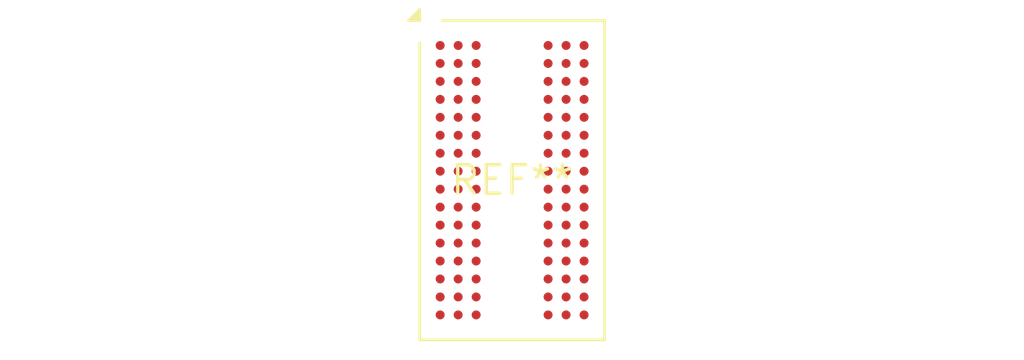
<source format=kicad_pcb>
(kicad_pcb (version 20240108) (generator pcbnew)
  (layers (0 "F.Cu" signal) (31 "B.Cu" signal) (34 "B.Paste" user) (35 "F.Paste" user) (36 "B.SilkS" user "B.Silkscreen") (37 "F.SilkS" user "F.Silkscreen") (38 "B.Mask" user) (39 "F.Mask" user) (44 "Edge.Cuts" user))
  (net 0 "")
  (footprint "Micron_FBGA-96_8x14mm_Layout9x16_P0.8mm" (layer "F.Cu") (at 0 0)
    (property "Reference" "REF**")
    (property "Value" "Micron_FBGA-96_8x14mm_Layout9x16_P0.8mm")
    (fp_line (start -4.11 7.11) (end -4.11 -6.11) (layer "F.SilkS") (stroke (width 0.12)))
    (fp_line (start -3.11 -7.11) (end 4.11 -7.11) (layer "F.SilkS") (stroke (width 0.12)))
    (fp_line (start 4.11 -7.11) (end 4.11 7.11) (layer "F.SilkS") (stroke (width 0.12)))
    (fp_line (start 4.11 7.11) (end -4.11 7.11) (layer "F.SilkS") (stroke (width 0.12)))
    (fp_poly (pts (xy -4.11 -7.11) (xy -4.61 -7.11) (xy -4.11 -7.61) (xy -4.11 -7.11)) (layer "F.SilkS") (stroke (width 0.12)) (fill solid))
    (pad "A1" smd circle (at -3.2 -6) (size 0.4 0.4) (property pad_prop_bga) (layers "F.Cu" "F.Paste" "F.Mask"))
    (pad "A2" smd circle (at -2.4 -6) (size 0.4 0.4) (property pad_prop_bga) (layers "F.Cu" "F.Paste" "F.Mask"))
    (pad "A3" smd circle (at -1.6 -6) (size 0.4 0.4) (property pad_prop_bga) (layers "F.Cu" "F.Paste" "F.Mask"))
    (pad "A7" smd circle (at 1.6 -6) (size 0.4 0.4) (property pad_prop_bga) (layers "F.Cu" "F.Paste" "F.Mask"))
    (pad "A8" smd circle (at 2.4 -6) (size 0.4 0.4) (property pad_prop_bga) (layers "F.Cu" "F.Paste" "F.Mask"))
    (pad "A9" smd circle (at 3.2 -6) (size 0.4 0.4) (property pad_prop_bga) (layers "F.Cu" "F.Paste" "F.Mask"))
    (pad "B1" smd circle (at -3.2 -5.2) (size 0.4 0.4) (property pad_prop_bga) (layers "F.Cu" "F.Paste" "F.Mask"))
    (pad "B2" smd circle (at -2.4 -5.2) (size 0.4 0.4) (property pad_prop_bga) (layers "F.Cu" "F.Paste" "F.Mask"))
    (pad "B3" smd circle (at -1.6 -5.2) (size 0.4 0.4) (property pad_prop_bga) (layers "F.Cu" "F.Paste" "F.Mask"))
    (pad "B7" smd circle (at 1.6 -5.2) (size 0.4 0.4) (property pad_prop_bga) (layers "F.Cu" "F.Paste" "F.Mask"))
    (pad "B8" smd circle (at 2.4 -5.2) (size 0.4 0.4) (property pad_prop_bga) (layers "F.Cu" "F.Paste" "F.Mask"))
    (pad "B9" smd circle (at 3.2 -5.2) (size 0.4 0.4) (property pad_prop_bga) (layers "F.Cu" "F.Paste" "F.Mask"))
    (pad "C1" smd circle (at -3.2 -4.4) (size 0.4 0.4) (property pad_prop_bga) (layers "F.Cu" "F.Paste" "F.Mask"))
    (pad "C2" smd circle (at -2.4 -4.4) (size 0.4 0.4) (property pad_prop_bga) (layers "F.Cu" "F.Paste" "F.Mask"))
    (pad "C3" smd circle (at -1.6 -4.4) (size 0.4 0.4) (property pad_prop_bga) (layers "F.Cu" "F.Paste" "F.Mask"))
    (pad "C7" smd circle (at 1.6 -4.4) (size 0.4 0.4) (property pad_prop_bga) (layers "F.Cu" "F.Paste" "F.Mask"))
    (pad "C8" smd circle (at 2.4 -4.4) (size 0.4 0.4) (property pad_prop_bga) (layers "F.Cu" "F.Paste" "F.Mask"))
    (pad "C9" smd circle (at 3.2 -4.4) (size 0.4 0.4) (property pad_prop_bga) (layers "F.Cu" "F.Paste" "F.Mask"))
    (pad "D1" smd circle (at -3.2 -3.6) (size 0.4 0.4) (property pad_prop_bga) (layers "F.Cu" "F.Paste" "F.Mask"))
    (pad "D2" smd circle (at -2.4 -3.6) (size 0.4 0.4) (property pad_prop_bga) (layers "F.Cu" "F.Paste" "F.Mask"))
    (pad "D3" smd circle (at -1.6 -3.6) (size 0.4 0.4) (property pad_prop_bga) (layers "F.Cu" "F.Paste" "F.Mask"))
    (pad "D7" smd circle (at 1.6 -3.6) (size 0.4 0.4) (property pad_prop_bga) (layers "F.Cu" "F.Paste" "F.Mask"))
    (pad "D8" smd circle (at 2.4 -3.6) (size 0.4 0.4) (property pad_prop_bga) (layers "F.Cu" "F.Paste" "F.Mask"))
    (pad "D9" smd circle (at 3.2 -3.6) (size 0.4 0.4) (property pad_prop_bga) (layers "F.Cu" "F.Paste" "F.Mask"))
    (pad "E1" smd circle (at -3.2 -2.8) (size 0.4 0.4) (property pad_prop_bga) (layers "F.Cu" "F.Paste" "F.Mask"))
    (pad "E2" smd circle (at -2.4 -2.8) (size 0.4 0.4) (property pad_prop_bga) (layers "F.Cu" "F.Paste" "F.Mask"))
    (pad "E3" smd circle (at -1.6 -2.8) (size 0.4 0.4) (property pad_prop_bga) (layers "F.Cu" "F.Paste" "F.Mask"))
    (pad "E7" smd circle (at 1.6 -2.8) (size 0.4 0.4) (property pad_prop_bga) (layers "F.Cu" "F.Paste" "F.Mask"))
    (pad "E8" smd circle (at 2.4 -2.8) (size 0.4 0.4) (property pad_prop_bga) (layers "F.Cu" "F.Paste" "F.Mask"))
    (pad "E9" smd circle (at 3.2 -2.8) (size 0.4 0.4) (property pad_prop_bga) (layers "F.Cu" "F.Paste" "F.Mask"))
    (pad "F1" smd circle (at -3.2 -2) (size 0.4 0.4) (property pad_prop_bga) (layers "F.Cu" "F.Paste" "F.Mask"))
    (pad "F2" smd circle (at -2.4 -2) (size 0.4 0.4) (property pad_prop_bga) (layers "F.Cu" "F.Paste" "F.Mask"))
    (pad "F3" smd circle (at -1.6 -2) (size 0.4 0.4) (property pad_prop_bga) (layers "F.Cu" "F.Paste" "F.Mask"))
    (pad "F7" smd circle (at 1.6 -2) (size 0.4 0.4) (property pad_prop_bga) (layers "F.Cu" "F.Paste" "F.Mask"))
    (pad "F8" smd circle (at 2.4 -2) (size 0.4 0.4) (property pad_prop_bga) (layers "F.Cu" "F.Paste" "F.Mask"))
    (pad "F9" smd circle (at 3.2 -2) (size 0.4 0.4) (property pad_prop_bga) (layers "F.Cu" "F.Paste" "F.Mask"))
    (pad "G1" smd circle (at -3.2 -1.2) (size 0.4 0.4) (property pad_prop_bga) (layers "F.Cu" "F.Paste" "F.Mask"))
    (pad "G2" smd circle (at -2.4 -1.2) (size 0.4 0.4) (property pad_prop_bga) (layers "F.Cu" "F.Paste" "F.Mask"))
    (pad "G3" smd circle (at -1.6 -1.2) (size 0.4 0.4) (property pad_prop_bga) (layers "F.Cu" "F.Paste" "F.Mask"))
    (pad "G7" smd circle (at 1.6 -1.2) (size 0.4 0.4) (property pad_prop_bga) (layers "F.Cu" "F.Paste" "F.Mask"))
    (pad "G8" smd circle (at 2.4 -1.2) (size 0.4 0.4) (property pad_prop_bga) (layers "F.Cu" "F.Paste" "F.Mask"))
    (pad "G9" smd circle (at 3.2 -1.2) (size 0.4 0.4) (property pad_prop_bga) (layers "F.Cu" "F.Paste" "F.Mask"))
    (pad "H1" smd circle (at -3.2 -0.4) (size 0.4 0.4) (property pad_prop_bga) (layers "F.Cu" "F.Paste" "F.Mask"))
    (pad "H2" smd circle (at -2.4 -0.4) (size 0.4 0.4) (property pad_prop_bga) (layers "F.Cu" "F.Paste" "F.Mask"))
    (pad "H3" smd circle (at -1.6 -0.4) (size 0.4 0.4) (property pad_prop_bga) (layers "F.Cu" "F.Paste" "F.Mask"))
    (pad "H7" smd circle (at 1.6 -0.4) (size 0.4 0.4) (property pad_prop_bga) (layers "F.Cu" "F.Paste" "F.Mask"))
    (pad "H8" smd circle (at 2.4 -0.4) (size 0.4 0.4) (property pad_prop_bga) (layers "F.Cu" "F.Paste" "F.Mask"))
    (pad "H9" smd circle (at 3.2 -0.4) (size 0.4 0.4) (property pad_prop_bga) (layers "F.Cu" "F.Paste" "F.Mask"))
    (pad "J1" smd circle (at -3.2 0.4) (size 0.4 0.4) (property pad_prop_bga) (layers "F.Cu" "F.Paste" "F.Mask"))
    (pad "J2" smd circle (at -2.4 0.4) (size 0.4 0.4) (property pad_prop_bga) (layers "F.Cu" "F.Paste" "F.Mask"))
    (pad "J3" smd circle (at -1.6 0.4) (size 0.4 0.4) (property pad_prop_bga) (layers "F.Cu" "F.Paste" "F.Mask"))
    (pad "J7" smd circle (at 1.6 0.4) (size 0.4 0.4) (property pad_prop_bga) (layers "F.Cu" "F.Paste" "F.Mask"))
    (pad "J8" smd circle (at 2.4 0.4) (size 0.4 0.4) (property pad_prop_bga) (layers "F.Cu" "F.Paste" "F.Mask"))
    (pad "J9" smd circle (at 3.2 0.4) (size 0.4 0.4) (property pad_prop_bga) (layers "F.Cu" "F.Paste" "F.Mask"))
    (pad "K1" smd circle (at -3.2 1.2) (size 0.4 0.4) (property pad_prop_bga) (layers "F.Cu" "F.Paste" "F.Mask"))
    (pad "K2" smd circle (at -2.4 1.2) (size 0.4 0.4) (property pad_prop_bga) (layers "F.Cu" "F.Paste" "F.Mask"))
    (pad "K3" smd circle (at -1.6 1.2) (size 0.4 0.4) (property pad_prop_bga) (layers "F.Cu" "F.Paste" "F.Mask"))
    (pad "K7" smd circle (at 1.6 1.2) (size 0.4 0.4) (property pad_prop_bga) (layers "F.Cu" "F.Paste" "F.Mask"))
    (pad "K8" smd circle (at 2.4 1.2) (size 0.4 0.4) (property pad_prop_bga) (layers "F.Cu" "F.Paste" "F.Mask"))
    (pad "K9" smd circle (at 3.2 1.2) (size 0.4 0.4) (property pad_prop_bga) (layers "F.Cu" "F.Paste" "F.Mask"))
    (pad "L1" smd circle (at -3.2 2) (size 0.4 0.4) (property pad_prop_bga) (layers "F.Cu" "F.Paste" "F.Mask"))
    (pad "L2" smd circle (at -2.4 2) (size 0.4 0.4) (property pad_prop_bga) (layers "F.Cu" "F.Paste" "F.Mask"))
    (pad "L3" smd circle (at -1.6 2) (size 0.4 0.4) (property pad_prop_bga) (layers "F.Cu" "F.Paste" "F.Mask"))
    (pad "L7" smd circle (at 1.6 2) (size 0.4 0.4) (property pad_prop_bga) (layers "F.Cu" "F.Paste" "F.Mask"))
    (pad "L8" smd circle (at 2.4 2) (size 0.4 0.4) (property pad_prop_bga) (layers "F.Cu" "F.Paste" "F.Mask"))
    (pad "L9" smd circle (at 3.2 2) (size 0.4 0.4) (property pad_prop_bga) (layers "F.Cu" "F.Paste" "F.Mask"))
    (pad "M1" smd circle (at -3.2 2.8) (size 0.4 0.4) (property pad_prop_bga) (layers "F.Cu" "F.Paste" "F.Mask"))
    (pad "M2" smd circle (at -2.4 2.8) (size 0.4 0.4) (property pad_prop_bga) (layers "F.Cu" "F.Paste" "F.Mask"))
    (pad "M3" smd circle (at -1.6 2.8) (size 0.4 0.4) (property pad_prop_bga) (layers "F.Cu" "F.Paste" "F.Mask"))
    (pad "M7" smd circle (at 1.6 2.8) (size 0.4 0.4) (property pad_prop_bga) (layers "F.Cu" "F.Paste" "F.Mask"))
    (pad "M8" smd circle (at 2.4 2.8) (size 0.4 0.4) (property pad_prop_bga) (layers "F.Cu" "F.Paste" "F.Mask"))
    (pad "M9" smd circle (at 3.2 2.8) (size 0.4 0.4) (property pad_prop_bga) (layers "F.Cu" "F.Paste" "F.Mask"))
    (pad "N1" smd circle (at -3.2 3.6) (size 0.4 0.4) (property pad_prop_bga) (layers "F.Cu" "F.Paste" "F.Mask"))
    (pad "N2" smd circle (at -2.4 3.6) (size 0.4 0.4) (property pad_prop_bga) (layers "F.Cu" "F.Paste" "F.Mask"))
    (pad "N3" smd circle (at -1.6 3.6) (size 0.4 0.4) (property pad_prop_bga) (layers "F.Cu" "F.Paste" "F.Mask"))
    (pad "N7" smd circle (at 1.6 3.6) (size 0.4 0.4) (property pad_prop_bga) (layers "F.Cu" "F.Paste" "F.Mask"))
    (pad "N8" smd circle (at 2.4 3.6) (size 0.4 0.4) (property pad_prop_bga) (layers "F.Cu" "F.Paste" "F.Mask"))
    (pad "N9" smd circle (at 3.2 3.6) (size 0.4 0.4) (property pad_prop_bga) (layers "F.Cu" "F.Paste" "F.Mask"))
    (pad "P1" smd circle (at -3.2 4.4) (size 0.4 0.4) (property pad_prop_bga) (layers "F.Cu" "F.Paste" "F.Mask"))
    (pad "P2" smd circle (at -2.4 4.4) (size 0.4 0.4) (property pad_prop_bga) (layers "F.Cu" "F.Paste" "F.Mask"))
    (pad "P3" smd circle (at -1.6 4.4) (size 0.4 0.4) (property pad_prop_bga) (layers "F.Cu" "F.Paste" "F.Mask"))
    (pad "P7" smd circle (at 1.6 4.4) (size 0.4 0.4) (property pad_prop_bga) (layers "F.Cu" "F.Paste" "F.Mask"))
    (pad "P8" smd circle (at 2.4 4.4) (size 0.4 0.4) (property pad_prop_bga) (layers "F.Cu" "F.Paste" "F.Mask"))
    (pad "P9" smd circle (at 3.2 4.4) (size 0.4 0.4) (property pad_prop_bga) (layers "F.Cu" "F.Paste" "F.Mask"))
    (pad "R1" smd circle (at -3.2 5.2) (size 0.4 0.4) (property pad_prop_bga) (layers "F.Cu" "F.Paste" "F.Mask"))
    (pad "R2" smd circle (at -2.4 5.2) (size 0.4 0.4) (property pad_prop_bga) (layers "F.Cu" "F.Paste" "F.Mask"))
    (pad "R3" smd circle (at -1.6 5.2) (size 0.4 0.4) (property pad_prop_bga) (layers "F.Cu" "F.Paste" "F.Mask"))
    (pad "R7" smd circle (at 1.6 5.2) (size 0.4 0.4) (property pad_prop_bga) (layers "F.Cu" "F.Paste" "F.Mask"))
    (pad "R8" smd circle (at 2.4 5.2) (size 0.4 0.4) (property pad_prop_bga) (layers "F.Cu" "F.Paste" "F.Mask"))
    (pad "R9" smd circle (at 3.2 5.2) (size 0.4 0.4) (property pad_prop_bga) (layers "F.Cu" "F.Paste" "F.Mask"))
    (pad "T1" smd circle (at -3.2 6) (size 0.4 0.4) (property pad_prop_bga) (layers "F.Cu" "F.Paste" "F.Mask"))
    (pad "T2" smd circle (at -2.4 6) (size 0.4 0.4) (property pad_prop_bga) (layers "F.Cu" "F.Paste" "F.Mask"))
    (pad "T3" smd circle (at -1.6 6) (size 0.4 0.4) (property pad_prop_bga) (layers "F.Cu" "F.Paste" "F.Mask"))
    (pad "T7" smd circle (at 1.6 6) (size 0.4 0.4) (property pad_prop_bga) (layers "F.Cu" "F.Paste" "F.Mask"))
    (pad "T8" smd circle (at 2.4 6) (size 0.4 0.4) (property pad_prop_bga) (layers "F.Cu" "F.Paste" "F.Mask"))
    (pad "T9" smd circle (at 3.2 6) (size 0.4 0.4) (property pad_prop_bga) (layers "F.Cu" "F.Paste" "F.Mask"))
  )
)
</source>
